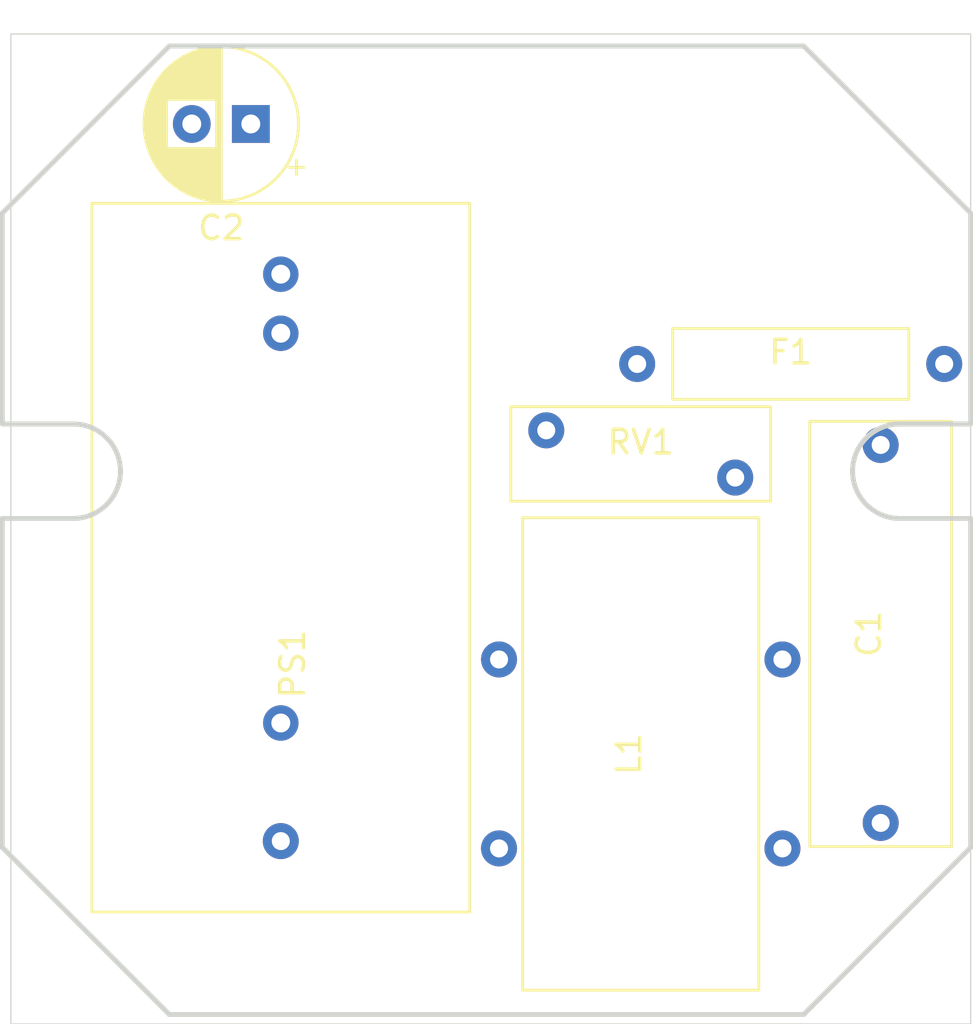
<source format=kicad_pcb>
(kicad_pcb (version 20171130) (host pcbnew "(5.1.9)-1")

  (general
    (thickness 1.6)
    (drawings 100)
    (tracks 0)
    (zones 0)
    (modules 6)
    (nets 8)
  )

  (page A4)
  (layers
    (0 F.Cu signal)
    (31 B.Cu signal)
    (32 B.Adhes user)
    (33 F.Adhes user)
    (34 B.Paste user)
    (35 F.Paste user)
    (36 B.SilkS user)
    (37 F.SilkS user)
    (38 B.Mask user)
    (39 F.Mask user)
    (40 Dwgs.User user)
    (41 Cmts.User user)
    (42 Eco1.User user)
    (43 Eco2.User user)
    (44 Edge.Cuts user)
    (45 Margin user)
    (46 B.CrtYd user)
    (47 F.CrtYd user)
    (48 B.Fab user)
    (49 F.Fab user)
  )

  (setup
    (last_trace_width 0.25)
    (trace_clearance 0.2)
    (zone_clearance 0.508)
    (zone_45_only no)
    (trace_min 0.2)
    (via_size 0.8)
    (via_drill 0.4)
    (via_min_size 0.4)
    (via_min_drill 0.3)
    (uvia_size 0.3)
    (uvia_drill 0.1)
    (uvias_allowed no)
    (uvia_min_size 0.2)
    (uvia_min_drill 0.1)
    (edge_width 0.05)
    (segment_width 0.2)
    (pcb_text_width 0.3)
    (pcb_text_size 1.5 1.5)
    (mod_edge_width 0.12)
    (mod_text_size 1 1)
    (mod_text_width 0.15)
    (pad_size 1.524 1.524)
    (pad_drill 0.762)
    (pad_to_mask_clearance 0)
    (aux_axis_origin 0 0)
    (visible_elements 7FFFFFFF)
    (pcbplotparams
      (layerselection 0x010fc_ffffffff)
      (usegerberextensions false)
      (usegerberattributes true)
      (usegerberadvancedattributes true)
      (creategerberjobfile true)
      (excludeedgelayer true)
      (linewidth 0.100000)
      (plotframeref false)
      (viasonmask false)
      (mode 1)
      (useauxorigin false)
      (hpglpennumber 1)
      (hpglpenspeed 20)
      (hpglpendiameter 15.000000)
      (psnegative false)
      (psa4output false)
      (plotreference true)
      (plotvalue true)
      (plotinvisibletext false)
      (padsonsilk false)
      (subtractmaskfromsilk false)
      (outputformat 1)
      (mirror false)
      (drillshape 1)
      (scaleselection 1)
      (outputdirectory ""))
  )

  (net 0 "")
  (net 1 +5V)
  (net 2 GND)
  (net 3 "Net-(L1-Pad4)")
  (net 4 "Net-(L1-Pad2)")
  (net 5 NEUT)
  (net 6 "Net-(C1-Pad1)")
  (net 7 LINE)

  (net_class Default "This is the default net class."
    (clearance 0.2)
    (trace_width 0.25)
    (via_dia 0.8)
    (via_drill 0.4)
    (uvia_dia 0.3)
    (uvia_drill 0.1)
    (add_net +5V)
    (add_net GND)
    (add_net LINE)
    (add_net NEUT)
    (add_net "Net-(C1-Pad1)")
    (add_net "Net-(L1-Pad2)")
    (add_net "Net-(L1-Pad4)")
  )

  (module power_module:Varistor (layer F.Cu) (tedit 6060576A) (tstamp 606094CA)
    (at 133.35 58.42 180)
    (path /5EC42913)
    (fp_text reference RV1 (at 0 0.5) (layer F.SilkS)
      (effects (font (size 1 1) (thickness 0.15)))
    )
    (fp_text value 10D561 (at 0.89 -0.5) (layer F.Fab)
      (effects (font (size 1 1) (thickness 0.15)))
    )
    (fp_line (start -5.5 -2) (end 5.5 -2) (layer F.SilkS) (width 0.12))
    (fp_line (start 5.5 -2) (end 5.5 2) (layer F.SilkS) (width 0.12))
    (fp_line (start 5.5 2) (end -5.5 2) (layer F.SilkS) (width 0.12))
    (fp_line (start -5.5 2) (end -5.5 -2) (layer F.SilkS) (width 0.12))
    (pad 2 thru_hole circle (at 4 1 180) (size 1.524 1.524) (drill 0.762) (layers *.Cu *.Mask)
      (net 5 NEUT))
    (pad 1 thru_hole circle (at -4 -1 180) (size 1.524 1.524) (drill 0.762) (layers *.Cu *.Mask)
      (net 6 "Net-(C1-Pad1)"))
    (model ${KIPRJMOD}/VAR.step
      (offset (xyz 0 0 -1.5))
      (scale (xyz 1 1 1))
      (rotate (xyz 0 -180 0))
    )
  )

  (module power_module:inductor (layer F.Cu) (tedit 605F4D29) (tstamp 606094AA)
    (at 133.35 71.12 270)
    (path /5EC4009B)
    (fp_text reference L1 (at 0 0.5 90) (layer F.SilkS)
      (effects (font (size 1 1) (thickness 0.15)))
    )
    (fp_text value 10mH (at 0 -0.5 90) (layer F.Fab)
      (effects (font (size 1 1) (thickness 0.15)))
    )
    (fp_line (start -10 -5) (end 10 -5) (layer F.SilkS) (width 0.12))
    (fp_line (start 10 -5) (end 10 5) (layer F.SilkS) (width 0.12))
    (fp_line (start 10 5) (end -10 5) (layer F.SilkS) (width 0.12))
    (fp_line (start -10 5) (end -10 -5) (layer F.SilkS) (width 0.12))
    (pad 4 thru_hole circle (at 4 6 270) (size 1.524 1.524) (drill 0.762) (layers *.Cu *.Mask)
      (net 3 "Net-(L1-Pad4)"))
    (pad 3 thru_hole circle (at 4 -6 270) (size 1.524 1.524) (drill 0.762) (layers *.Cu *.Mask)
      (net 5 NEUT))
    (pad 2 thru_hole circle (at -4 6 270) (size 1.524 1.524) (drill 0.762) (layers *.Cu *.Mask)
      (net 4 "Net-(L1-Pad2)"))
    (pad 1 thru_hole circle (at -4 -6 270) (size 1.524 1.524) (drill 0.762) (layers *.Cu *.Mask)
      (net 6 "Net-(C1-Pad1)"))
    (model ${KIPRJMOD}/inductor.step
      (offset (xyz 0 5 9))
      (scale (xyz 1 1 1))
      (rotate (xyz 0 0 0))
    )
  )

  (module power_module:FUZE3x10 (layer F.Cu) (tedit 60604C18) (tstamp 6060949E)
    (at 139.7 54.61 180)
    (path /5EC433D5)
    (fp_text reference F1 (at 0 0.5) (layer F.SilkS)
      (effects (font (size 1 1) (thickness 0.15)))
    )
    (fp_text value 0.5A/250V (at 0 -0.49) (layer F.Fab)
      (effects (font (size 1 1) (thickness 0.15)))
    )
    (fp_line (start -5 -1.5) (end -5 1.5) (layer F.SilkS) (width 0.12))
    (fp_line (start -5 1.5) (end 5 1.5) (layer F.SilkS) (width 0.12))
    (fp_line (start 5 1.5) (end 5 -1.5) (layer F.SilkS) (width 0.12))
    (fp_line (start 5 -1.5) (end -5 -1.5) (layer F.SilkS) (width 0.12))
    (pad 2 thru_hole circle (at 6.5 0 180) (size 1.524 1.524) (drill 0.762) (layers *.Cu *.Mask)
      (net 7 LINE))
    (pad 1 thru_hole circle (at -6.5 0 180) (size 1.524 1.524) (drill 0.762) (layers *.Cu *.Mask)
      (net 6 "Net-(C1-Pad1)"))
    (model ${KIPRJMOD}/fuze.step
      (offset (xyz 0 0 2))
      (scale (xyz 1 1 1))
      (rotate (xyz 0 -180 0))
    )
  )

  (module Capacitor_THT:CP_Radial_D6.3mm_P2.50mm (layer F.Cu) (tedit 5AE50EF0) (tstamp 60609494)
    (at 116.84 44.45 180)
    (descr "CP, Radial series, Radial, pin pitch=2.50mm, , diameter=6.3mm, Electrolytic Capacitor")
    (tags "CP Radial series Radial pin pitch 2.50mm  diameter 6.3mm Electrolytic Capacitor")
    (path /5EC44005)
    (fp_text reference C2 (at 1.25 -4.4) (layer F.SilkS)
      (effects (font (size 1 1) (thickness 0.15)))
    )
    (fp_text value CP (at 1.25 4.4) (layer F.Fab)
      (effects (font (size 1 1) (thickness 0.15)))
    )
    (fp_text user %R (at 1.25 0) (layer F.Fab)
      (effects (font (size 1 1) (thickness 0.15)))
    )
    (fp_circle (center 1.25 0) (end 4.4 0) (layer F.Fab) (width 0.1))
    (fp_circle (center 1.25 0) (end 4.52 0) (layer F.SilkS) (width 0.12))
    (fp_circle (center 1.25 0) (end 4.65 0) (layer F.CrtYd) (width 0.05))
    (fp_line (start -1.443972 -1.3735) (end -0.813972 -1.3735) (layer F.Fab) (width 0.1))
    (fp_line (start -1.128972 -1.6885) (end -1.128972 -1.0585) (layer F.Fab) (width 0.1))
    (fp_line (start 1.25 -3.23) (end 1.25 3.23) (layer F.SilkS) (width 0.12))
    (fp_line (start 1.29 -3.23) (end 1.29 3.23) (layer F.SilkS) (width 0.12))
    (fp_line (start 1.33 -3.23) (end 1.33 3.23) (layer F.SilkS) (width 0.12))
    (fp_line (start 1.37 -3.228) (end 1.37 3.228) (layer F.SilkS) (width 0.12))
    (fp_line (start 1.41 -3.227) (end 1.41 3.227) (layer F.SilkS) (width 0.12))
    (fp_line (start 1.45 -3.224) (end 1.45 3.224) (layer F.SilkS) (width 0.12))
    (fp_line (start 1.49 -3.222) (end 1.49 -1.04) (layer F.SilkS) (width 0.12))
    (fp_line (start 1.49 1.04) (end 1.49 3.222) (layer F.SilkS) (width 0.12))
    (fp_line (start 1.53 -3.218) (end 1.53 -1.04) (layer F.SilkS) (width 0.12))
    (fp_line (start 1.53 1.04) (end 1.53 3.218) (layer F.SilkS) (width 0.12))
    (fp_line (start 1.57 -3.215) (end 1.57 -1.04) (layer F.SilkS) (width 0.12))
    (fp_line (start 1.57 1.04) (end 1.57 3.215) (layer F.SilkS) (width 0.12))
    (fp_line (start 1.61 -3.211) (end 1.61 -1.04) (layer F.SilkS) (width 0.12))
    (fp_line (start 1.61 1.04) (end 1.61 3.211) (layer F.SilkS) (width 0.12))
    (fp_line (start 1.65 -3.206) (end 1.65 -1.04) (layer F.SilkS) (width 0.12))
    (fp_line (start 1.65 1.04) (end 1.65 3.206) (layer F.SilkS) (width 0.12))
    (fp_line (start 1.69 -3.201) (end 1.69 -1.04) (layer F.SilkS) (width 0.12))
    (fp_line (start 1.69 1.04) (end 1.69 3.201) (layer F.SilkS) (width 0.12))
    (fp_line (start 1.73 -3.195) (end 1.73 -1.04) (layer F.SilkS) (width 0.12))
    (fp_line (start 1.73 1.04) (end 1.73 3.195) (layer F.SilkS) (width 0.12))
    (fp_line (start 1.77 -3.189) (end 1.77 -1.04) (layer F.SilkS) (width 0.12))
    (fp_line (start 1.77 1.04) (end 1.77 3.189) (layer F.SilkS) (width 0.12))
    (fp_line (start 1.81 -3.182) (end 1.81 -1.04) (layer F.SilkS) (width 0.12))
    (fp_line (start 1.81 1.04) (end 1.81 3.182) (layer F.SilkS) (width 0.12))
    (fp_line (start 1.85 -3.175) (end 1.85 -1.04) (layer F.SilkS) (width 0.12))
    (fp_line (start 1.85 1.04) (end 1.85 3.175) (layer F.SilkS) (width 0.12))
    (fp_line (start 1.89 -3.167) (end 1.89 -1.04) (layer F.SilkS) (width 0.12))
    (fp_line (start 1.89 1.04) (end 1.89 3.167) (layer F.SilkS) (width 0.12))
    (fp_line (start 1.93 -3.159) (end 1.93 -1.04) (layer F.SilkS) (width 0.12))
    (fp_line (start 1.93 1.04) (end 1.93 3.159) (layer F.SilkS) (width 0.12))
    (fp_line (start 1.971 -3.15) (end 1.971 -1.04) (layer F.SilkS) (width 0.12))
    (fp_line (start 1.971 1.04) (end 1.971 3.15) (layer F.SilkS) (width 0.12))
    (fp_line (start 2.011 -3.141) (end 2.011 -1.04) (layer F.SilkS) (width 0.12))
    (fp_line (start 2.011 1.04) (end 2.011 3.141) (layer F.SilkS) (width 0.12))
    (fp_line (start 2.051 -3.131) (end 2.051 -1.04) (layer F.SilkS) (width 0.12))
    (fp_line (start 2.051 1.04) (end 2.051 3.131) (layer F.SilkS) (width 0.12))
    (fp_line (start 2.091 -3.121) (end 2.091 -1.04) (layer F.SilkS) (width 0.12))
    (fp_line (start 2.091 1.04) (end 2.091 3.121) (layer F.SilkS) (width 0.12))
    (fp_line (start 2.131 -3.11) (end 2.131 -1.04) (layer F.SilkS) (width 0.12))
    (fp_line (start 2.131 1.04) (end 2.131 3.11) (layer F.SilkS) (width 0.12))
    (fp_line (start 2.171 -3.098) (end 2.171 -1.04) (layer F.SilkS) (width 0.12))
    (fp_line (start 2.171 1.04) (end 2.171 3.098) (layer F.SilkS) (width 0.12))
    (fp_line (start 2.211 -3.086) (end 2.211 -1.04) (layer F.SilkS) (width 0.12))
    (fp_line (start 2.211 1.04) (end 2.211 3.086) (layer F.SilkS) (width 0.12))
    (fp_line (start 2.251 -3.074) (end 2.251 -1.04) (layer F.SilkS) (width 0.12))
    (fp_line (start 2.251 1.04) (end 2.251 3.074) (layer F.SilkS) (width 0.12))
    (fp_line (start 2.291 -3.061) (end 2.291 -1.04) (layer F.SilkS) (width 0.12))
    (fp_line (start 2.291 1.04) (end 2.291 3.061) (layer F.SilkS) (width 0.12))
    (fp_line (start 2.331 -3.047) (end 2.331 -1.04) (layer F.SilkS) (width 0.12))
    (fp_line (start 2.331 1.04) (end 2.331 3.047) (layer F.SilkS) (width 0.12))
    (fp_line (start 2.371 -3.033) (end 2.371 -1.04) (layer F.SilkS) (width 0.12))
    (fp_line (start 2.371 1.04) (end 2.371 3.033) (layer F.SilkS) (width 0.12))
    (fp_line (start 2.411 -3.018) (end 2.411 -1.04) (layer F.SilkS) (width 0.12))
    (fp_line (start 2.411 1.04) (end 2.411 3.018) (layer F.SilkS) (width 0.12))
    (fp_line (start 2.451 -3.002) (end 2.451 -1.04) (layer F.SilkS) (width 0.12))
    (fp_line (start 2.451 1.04) (end 2.451 3.002) (layer F.SilkS) (width 0.12))
    (fp_line (start 2.491 -2.986) (end 2.491 -1.04) (layer F.SilkS) (width 0.12))
    (fp_line (start 2.491 1.04) (end 2.491 2.986) (layer F.SilkS) (width 0.12))
    (fp_line (start 2.531 -2.97) (end 2.531 -1.04) (layer F.SilkS) (width 0.12))
    (fp_line (start 2.531 1.04) (end 2.531 2.97) (layer F.SilkS) (width 0.12))
    (fp_line (start 2.571 -2.952) (end 2.571 -1.04) (layer F.SilkS) (width 0.12))
    (fp_line (start 2.571 1.04) (end 2.571 2.952) (layer F.SilkS) (width 0.12))
    (fp_line (start 2.611 -2.934) (end 2.611 -1.04) (layer F.SilkS) (width 0.12))
    (fp_line (start 2.611 1.04) (end 2.611 2.934) (layer F.SilkS) (width 0.12))
    (fp_line (start 2.651 -2.916) (end 2.651 -1.04) (layer F.SilkS) (width 0.12))
    (fp_line (start 2.651 1.04) (end 2.651 2.916) (layer F.SilkS) (width 0.12))
    (fp_line (start 2.691 -2.896) (end 2.691 -1.04) (layer F.SilkS) (width 0.12))
    (fp_line (start 2.691 1.04) (end 2.691 2.896) (layer F.SilkS) (width 0.12))
    (fp_line (start 2.731 -2.876) (end 2.731 -1.04) (layer F.SilkS) (width 0.12))
    (fp_line (start 2.731 1.04) (end 2.731 2.876) (layer F.SilkS) (width 0.12))
    (fp_line (start 2.771 -2.856) (end 2.771 -1.04) (layer F.SilkS) (width 0.12))
    (fp_line (start 2.771 1.04) (end 2.771 2.856) (layer F.SilkS) (width 0.12))
    (fp_line (start 2.811 -2.834) (end 2.811 -1.04) (layer F.SilkS) (width 0.12))
    (fp_line (start 2.811 1.04) (end 2.811 2.834) (layer F.SilkS) (width 0.12))
    (fp_line (start 2.851 -2.812) (end 2.851 -1.04) (layer F.SilkS) (width 0.12))
    (fp_line (start 2.851 1.04) (end 2.851 2.812) (layer F.SilkS) (width 0.12))
    (fp_line (start 2.891 -2.79) (end 2.891 -1.04) (layer F.SilkS) (width 0.12))
    (fp_line (start 2.891 1.04) (end 2.891 2.79) (layer F.SilkS) (width 0.12))
    (fp_line (start 2.931 -2.766) (end 2.931 -1.04) (layer F.SilkS) (width 0.12))
    (fp_line (start 2.931 1.04) (end 2.931 2.766) (layer F.SilkS) (width 0.12))
    (fp_line (start 2.971 -2.742) (end 2.971 -1.04) (layer F.SilkS) (width 0.12))
    (fp_line (start 2.971 1.04) (end 2.971 2.742) (layer F.SilkS) (width 0.12))
    (fp_line (start 3.011 -2.716) (end 3.011 -1.04) (layer F.SilkS) (width 0.12))
    (fp_line (start 3.011 1.04) (end 3.011 2.716) (layer F.SilkS) (width 0.12))
    (fp_line (start 3.051 -2.69) (end 3.051 -1.04) (layer F.SilkS) (width 0.12))
    (fp_line (start 3.051 1.04) (end 3.051 2.69) (layer F.SilkS) (width 0.12))
    (fp_line (start 3.091 -2.664) (end 3.091 -1.04) (layer F.SilkS) (width 0.12))
    (fp_line (start 3.091 1.04) (end 3.091 2.664) (layer F.SilkS) (width 0.12))
    (fp_line (start 3.131 -2.636) (end 3.131 -1.04) (layer F.SilkS) (width 0.12))
    (fp_line (start 3.131 1.04) (end 3.131 2.636) (layer F.SilkS) (width 0.12))
    (fp_line (start 3.171 -2.607) (end 3.171 -1.04) (layer F.SilkS) (width 0.12))
    (fp_line (start 3.171 1.04) (end 3.171 2.607) (layer F.SilkS) (width 0.12))
    (fp_line (start 3.211 -2.578) (end 3.211 -1.04) (layer F.SilkS) (width 0.12))
    (fp_line (start 3.211 1.04) (end 3.211 2.578) (layer F.SilkS) (width 0.12))
    (fp_line (start 3.251 -2.548) (end 3.251 -1.04) (layer F.SilkS) (width 0.12))
    (fp_line (start 3.251 1.04) (end 3.251 2.548) (layer F.SilkS) (width 0.12))
    (fp_line (start 3.291 -2.516) (end 3.291 -1.04) (layer F.SilkS) (width 0.12))
    (fp_line (start 3.291 1.04) (end 3.291 2.516) (layer F.SilkS) (width 0.12))
    (fp_line (start 3.331 -2.484) (end 3.331 -1.04) (layer F.SilkS) (width 0.12))
    (fp_line (start 3.331 1.04) (end 3.331 2.484) (layer F.SilkS) (width 0.12))
    (fp_line (start 3.371 -2.45) (end 3.371 -1.04) (layer F.SilkS) (width 0.12))
    (fp_line (start 3.371 1.04) (end 3.371 2.45) (layer F.SilkS) (width 0.12))
    (fp_line (start 3.411 -2.416) (end 3.411 -1.04) (layer F.SilkS) (width 0.12))
    (fp_line (start 3.411 1.04) (end 3.411 2.416) (layer F.SilkS) (width 0.12))
    (fp_line (start 3.451 -2.38) (end 3.451 -1.04) (layer F.SilkS) (width 0.12))
    (fp_line (start 3.451 1.04) (end 3.451 2.38) (layer F.SilkS) (width 0.12))
    (fp_line (start 3.491 -2.343) (end 3.491 -1.04) (layer F.SilkS) (width 0.12))
    (fp_line (start 3.491 1.04) (end 3.491 2.343) (layer F.SilkS) (width 0.12))
    (fp_line (start 3.531 -2.305) (end 3.531 -1.04) (layer F.SilkS) (width 0.12))
    (fp_line (start 3.531 1.04) (end 3.531 2.305) (layer F.SilkS) (width 0.12))
    (fp_line (start 3.571 -2.265) (end 3.571 2.265) (layer F.SilkS) (width 0.12))
    (fp_line (start 3.611 -2.224) (end 3.611 2.224) (layer F.SilkS) (width 0.12))
    (fp_line (start 3.651 -2.182) (end 3.651 2.182) (layer F.SilkS) (width 0.12))
    (fp_line (start 3.691 -2.137) (end 3.691 2.137) (layer F.SilkS) (width 0.12))
    (fp_line (start 3.731 -2.092) (end 3.731 2.092) (layer F.SilkS) (width 0.12))
    (fp_line (start 3.771 -2.044) (end 3.771 2.044) (layer F.SilkS) (width 0.12))
    (fp_line (start 3.811 -1.995) (end 3.811 1.995) (layer F.SilkS) (width 0.12))
    (fp_line (start 3.851 -1.944) (end 3.851 1.944) (layer F.SilkS) (width 0.12))
    (fp_line (start 3.891 -1.89) (end 3.891 1.89) (layer F.SilkS) (width 0.12))
    (fp_line (start 3.931 -1.834) (end 3.931 1.834) (layer F.SilkS) (width 0.12))
    (fp_line (start 3.971 -1.776) (end 3.971 1.776) (layer F.SilkS) (width 0.12))
    (fp_line (start 4.011 -1.714) (end 4.011 1.714) (layer F.SilkS) (width 0.12))
    (fp_line (start 4.051 -1.65) (end 4.051 1.65) (layer F.SilkS) (width 0.12))
    (fp_line (start 4.091 -1.581) (end 4.091 1.581) (layer F.SilkS) (width 0.12))
    (fp_line (start 4.131 -1.509) (end 4.131 1.509) (layer F.SilkS) (width 0.12))
    (fp_line (start 4.171 -1.432) (end 4.171 1.432) (layer F.SilkS) (width 0.12))
    (fp_line (start 4.211 -1.35) (end 4.211 1.35) (layer F.SilkS) (width 0.12))
    (fp_line (start 4.251 -1.262) (end 4.251 1.262) (layer F.SilkS) (width 0.12))
    (fp_line (start 4.291 -1.165) (end 4.291 1.165) (layer F.SilkS) (width 0.12))
    (fp_line (start 4.331 -1.059) (end 4.331 1.059) (layer F.SilkS) (width 0.12))
    (fp_line (start 4.371 -0.94) (end 4.371 0.94) (layer F.SilkS) (width 0.12))
    (fp_line (start 4.411 -0.802) (end 4.411 0.802) (layer F.SilkS) (width 0.12))
    (fp_line (start 4.451 -0.633) (end 4.451 0.633) (layer F.SilkS) (width 0.12))
    (fp_line (start 4.491 -0.402) (end 4.491 0.402) (layer F.SilkS) (width 0.12))
    (fp_line (start -2.250241 -1.839) (end -1.620241 -1.839) (layer F.SilkS) (width 0.12))
    (fp_line (start -1.935241 -2.154) (end -1.935241 -1.524) (layer F.SilkS) (width 0.12))
    (pad 2 thru_hole circle (at 2.5 0 180) (size 1.6 1.6) (drill 0.8) (layers *.Cu *.Mask)
      (net 2 GND))
    (pad 1 thru_hole rect (at 0 0 180) (size 1.6 1.6) (drill 0.8) (layers *.Cu *.Mask)
      (net 1 +5V))
    (model ${KISYS3DMOD}/Capacitor_THT.3dshapes/CP_Radial_D6.3mm_P2.50mm.wrl
      (at (xyz 0 0 0))
      (scale (xyz 1 1 1))
      (rotate (xyz 0 0 0))
    )
  )

  (module power_module:CAP_MKP64 (layer F.Cu) (tedit 606053CC) (tstamp 60609400)
    (at 143.51 66.04 270)
    (path /5EC41904)
    (fp_text reference C1 (at 0 0.5 90) (layer F.SilkS)
      (effects (font (size 1 1) (thickness 0.15)))
    )
    (fp_text value 0.1uF/275V (at 0 -0.5 90) (layer F.Fab)
      (effects (font (size 1 1) (thickness 0.15)))
    )
    (fp_line (start -9 3) (end -9 -3) (layer F.SilkS) (width 0.12))
    (fp_line (start -9 -3) (end 9 -3) (layer F.SilkS) (width 0.12))
    (fp_line (start 9 -3) (end 9 3) (layer F.SilkS) (width 0.12))
    (fp_line (start 9 3) (end -9 3) (layer F.SilkS) (width 0.12))
    (pad 2 thru_hole circle (at 8 0 270) (size 1.524 1.524) (drill 0.762) (layers *.Cu *.Mask)
      (net 5 NEUT))
    (pad 1 thru_hole circle (at -8 0 270) (size 1.524 1.524) (drill 0.762) (layers *.Cu *.Mask)
      (net 6 "Net-(C1-Pad1)"))
    (model ${KIPRJMOD}/CAP_MKP64.step
      (at (xyz 0 0 0))
      (scale (xyz 1 1 1))
      (rotate (xyz 0 0 0))
    )
  )

  (module power_module:HLK-2M05 (layer F.Cu) (tedit 605E3B94) (tstamp 605E97E0)
    (at 118.11 67.31 90)
    (path /5EC3E9C7)
    (fp_text reference PS1 (at 0 0.5 90) (layer F.SilkS)
      (effects (font (size 1 1) (thickness 0.15)))
    )
    (fp_text value HLK-2M05 (at 0 -0.5 90) (layer F.Fab)
      (effects (font (size 1 1) (thickness 0.15)))
    )
    (fp_line (start 19.5 -8) (end -10.5 -8) (layer F.SilkS) (width 0.12))
    (fp_line (start 19.5 8) (end 19.5 -8) (layer F.SilkS) (width 0.12))
    (fp_line (start -10.5 8) (end 19.5 8) (layer F.SilkS) (width 0.12))
    (fp_line (start -10.5 -8) (end -10.5 8) (layer F.SilkS) (width 0.12))
    (pad 4 thru_hole circle (at 16.5 0 90) (size 1.5 1.5) (drill 0.8) (layers *.Cu *.Mask)
      (net 1 +5V))
    (pad 3 thru_hole circle (at 14 0 90) (size 1.5 1.5) (drill 0.8) (layers *.Cu *.Mask)
      (net 2 GND))
    (pad 2 thru_hole circle (at -2.5 0 90) (size 1.5 1.5) (drill 0.8) (layers *.Cu *.Mask)
      (net 3 "Net-(L1-Pad4)"))
    (pad 1 thru_hole circle (at -7.5 0 90) (size 1.524 1.524) (drill 0.762) (layers *.Cu *.Mask)
      (net 4 "Net-(L1-Pad2)"))
    (model ${KIPRJMOD}/HL0K-2M05.step
      (offset (xyz 4.5 0 0))
      (scale (xyz 1 1 1))
      (rotate (xyz 0 0 0))
    )
  )

  (gr_line (start 147.32 40.64) (end 106.68 40.64) (layer Edge.Cuts) (width 0.05) (tstamp 60609E0E))
  (gr_line (start 147.32 82.55) (end 147.32 40.64) (layer Edge.Cuts) (width 0.05))
  (gr_line (start 106.68 82.55) (end 147.32 82.55) (layer Edge.Cuts) (width 0.05))
  (gr_line (start 106.68 40.64) (end 106.68 82.55) (layer Edge.Cuts) (width 0.05))
  (gr_line (start 106.32 57.15) (end 109.32 57.15) (layer Edge.Cuts) (width 0.2))
  (gr_arc (start 109.32 59.15) (end 109.32 61.15) (angle -180) (layer Edge.Cuts) (width 0.2))
  (gr_line (start 106.32 61.15) (end 106.32 61.15) (layer Edge.Cuts) (width 0.2))
  (gr_line (start 140.2489 82.15) (end 140.2489 82.15) (layer Edge.Cuts) (width 0.2))
  (gr_line (start 113.3911 82.15) (end 106.32 75.0789) (layer Edge.Cuts) (width 0.2))
  (gr_line (start 140.2489 82.15) (end 113.3911 82.15) (layer Edge.Cuts) (width 0.2))
  (gr_line (start 147.32 61.15) (end 147.32 75.0789) (layer Edge.Cuts) (width 0.2))
  (gr_line (start 140.2489 82.15) (end 147.32 75.0789) (layer Edge.Cuts) (width 0.2))
  (gr_line (start 147.32 48.2211) (end 147.32 57.15) (layer Edge.Cuts) (width 0.2))
  (gr_line (start 147.32 57.15) (end 144.32 57.15) (layer Edge.Cuts) (width 0.2))
  (gr_line (start 147.32 57.15) (end 144.32 57.15) (layer Edge.Cuts) (width 0.2))
  (gr_line (start 147.32 61.15) (end 147.32 75.0789) (layer Edge.Cuts) (width 0.2))
  (gr_line (start 140.2489 82.15) (end 113.3911 82.15) (layer Edge.Cuts) (width 0.2))
  (gr_line (start 106.32 57.15) (end 106.32 57.15) (layer Edge.Cuts) (width 0.2))
  (gr_line (start 106.32 57.15) (end 106.32 48.2211) (layer Edge.Cuts) (width 0.2))
  (gr_line (start 109.32 61.15) (end 106.32 61.15) (layer Edge.Cuts) (width 0.2))
  (gr_line (start 113.3911 82.15) (end 106.32 75.0789) (layer Edge.Cuts) (width 0.2))
  (gr_line (start 113.3911 82.15) (end 113.3911 82.15) (layer Edge.Cuts) (width 0.2))
  (gr_line (start 113.3911 82.15) (end 106.32 75.0789) (layer Edge.Cuts) (width 0.2))
  (gr_line (start 109.32 61.15) (end 106.32 61.15) (layer Edge.Cuts) (width 0.2))
  (gr_line (start 106.32 75.0789) (end 106.32 61.15) (layer Edge.Cuts) (width 0.2))
  (gr_line (start 140.2489 82.15) (end 147.32 75.0789) (layer Edge.Cuts) (width 0.2))
  (gr_line (start 109.32 61.15) (end 106.32 61.15) (layer Edge.Cuts) (width 0.2))
  (gr_arc (start 144.32 59.15) (end 144.32 57.15) (angle -180) (layer Edge.Cuts) (width 0.2))
  (gr_line (start 113.3911 41.15) (end 140.2489 41.15) (layer Edge.Cuts) (width 0.2))
  (gr_arc (start 109.32 59.15) (end 109.32 61.15) (angle -180) (layer Edge.Cuts) (width 0.2))
  (gr_line (start 106.32 48.2211) (end 113.3911 41.15) (layer Edge.Cuts) (width 0.2))
  (gr_line (start 144.32 61.15) (end 147.32 61.15) (layer Edge.Cuts) (width 0.2))
  (gr_arc (start 109.32 59.15) (end 109.32 61.15) (angle -180) (layer Edge.Cuts) (width 0.2))
  (gr_line (start 106.32 57.15) (end 109.32 57.15) (layer Edge.Cuts) (width 0.2))
  (gr_line (start 106.32 75.0789) (end 106.32 61.15) (layer Edge.Cuts) (width 0.2))
  (gr_line (start 109.32 61.15) (end 109.32 61.15) (layer Edge.Cuts) (width 0.2))
  (gr_line (start 106.32 75.0789) (end 106.32 61.15) (layer Edge.Cuts) (width 0.2))
  (gr_line (start 106.32 61.15) (end 106.32 61.15) (layer Edge.Cuts) (width 0.2))
  (gr_line (start 106.32 75.0789) (end 106.32 75.0789) (layer Edge.Cuts) (width 0.2))
  (gr_line (start 113.3911 82.15) (end 113.3911 82.15) (layer Edge.Cuts) (width 0.2))
  (gr_line (start 140.2489 82.15) (end 140.2489 82.15) (layer Edge.Cuts) (width 0.2))
  (gr_line (start 140.2489 82.15) (end 113.3911 82.15) (layer Edge.Cuts) (width 0.2))
  (gr_line (start 140.2489 41.15) (end 147.32 48.2211) (layer Edge.Cuts) (width 0.2))
  (gr_line (start 106.32 48.2211) (end 113.3911 41.15) (layer Edge.Cuts) (width 0.2))
  (gr_line (start 106.32 57.15) (end 106.32 48.2211) (layer Edge.Cuts) (width 0.2))
  (gr_line (start 106.32 57.15) (end 109.32 57.15) (layer Edge.Cuts) (width 0.2))
  (gr_line (start 109.32 57.15) (end 109.32 57.15) (layer Edge.Cuts) (width 0.2))
  (gr_line (start 147.32 61.15) (end 147.32 75.0789) (layer Edge.Cuts) (width 0.2))
  (gr_arc (start 109.32 59.15) (end 109.32 61.15) (angle -180) (layer Edge.Cuts) (width 0.2))
  (gr_line (start 106.32 75.0789) (end 106.32 61.15) (layer Edge.Cuts) (width 0.2))
  (gr_line (start 113.3911 82.15) (end 106.32 75.0789) (layer Edge.Cuts) (width 0.2))
  (gr_line (start 140.2489 82.15) (end 147.32 75.0789) (layer Edge.Cuts) (width 0.2))
  (gr_line (start 147.32 48.2211) (end 147.32 57.15) (layer Edge.Cuts) (width 0.2))
  (gr_line (start 140.2489 82.15) (end 147.32 75.0789) (layer Edge.Cuts) (width 0.2))
  (gr_line (start 144.32 61.15) (end 147.32 61.15) (layer Edge.Cuts) (width 0.2))
  (gr_line (start 147.32 75.0789) (end 147.32 75.0789) (layer Edge.Cuts) (width 0.2))
  (gr_arc (start 144.32 59.15) (end 144.32 57.15) (angle -180) (layer Edge.Cuts) (width 0.2))
  (gr_line (start 113.3911 41.15) (end 140.2489 41.15) (layer Edge.Cuts) (width 0.2))
  (gr_line (start 106.32 75.0789) (end 106.32 75.0789) (layer Edge.Cuts) (width 0.2))
  (gr_line (start 106.32 57.15) (end 109.32 57.15) (layer Edge.Cuts) (width 0.2))
  (gr_line (start 140.2489 82.15) (end 113.3911 82.15) (layer Edge.Cuts) (width 0.2))
  (gr_line (start 140.2489 41.15) (end 147.32 48.2211) (layer Edge.Cuts) (width 0.2))
  (gr_line (start 109.32 57.15) (end 109.32 57.15) (layer Edge.Cuts) (width 0.2))
  (gr_line (start 109.32 61.15) (end 106.32 61.15) (layer Edge.Cuts) (width 0.2))
  (gr_line (start 109.32 61.15) (end 109.32 61.15) (layer Edge.Cuts) (width 0.2))
  (gr_line (start 147.32 61.15) (end 147.32 75.0789) (layer Edge.Cuts) (width 0.2))
  (gr_line (start 106.32 48.2211) (end 106.32 48.2211) (layer Edge.Cuts) (width 0.2))
  (gr_line (start 140.2489 41.15) (end 140.2489 41.15) (layer Edge.Cuts) (width 0.2))
  (gr_line (start 113.3911 41.15) (end 140.2489 41.15) (layer Edge.Cuts) (width 0.2))
  (gr_line (start 147.32 48.2211) (end 147.32 48.2211) (layer Edge.Cuts) (width 0.2))
  (gr_line (start 113.3911 41.15) (end 113.3911 41.15) (layer Edge.Cuts) (width 0.2))
  (gr_line (start 140.2489 41.15) (end 147.32 48.2211) (layer Edge.Cuts) (width 0.2))
  (gr_line (start 113.3911 41.15) (end 140.2489 41.15) (layer Edge.Cuts) (width 0.2))
  (gr_line (start 140.2489 41.15) (end 147.32 48.2211) (layer Edge.Cuts) (width 0.2))
  (gr_line (start 140.2489 41.15) (end 140.2489 41.15) (layer Edge.Cuts) (width 0.2))
  (gr_line (start 113.3911 41.15) (end 113.3911 41.15) (layer Edge.Cuts) (width 0.2))
  (gr_line (start 106.32 48.2211) (end 113.3911 41.15) (layer Edge.Cuts) (width 0.2))
  (gr_line (start 106.32 57.15) (end 106.32 57.15) (layer Edge.Cuts) (width 0.2))
  (gr_line (start 106.32 57.15) (end 106.32 48.2211) (layer Edge.Cuts) (width 0.2))
  (gr_line (start 106.32 48.2211) (end 106.32 48.2211) (layer Edge.Cuts) (width 0.2))
  (gr_line (start 147.32 48.2211) (end 147.32 57.15) (layer Edge.Cuts) (width 0.2))
  (gr_line (start 147.32 48.2211) (end 147.32 57.15) (layer Edge.Cuts) (width 0.2))
  (gr_line (start 106.32 57.15) (end 106.32 48.2211) (layer Edge.Cuts) (width 0.2))
  (gr_line (start 106.32 48.2211) (end 113.3911 41.15) (layer Edge.Cuts) (width 0.2))
  (gr_line (start 147.32 57.15) (end 147.32 57.15) (layer Edge.Cuts) (width 0.2))
  (gr_line (start 147.32 48.2211) (end 147.32 48.2211) (layer Edge.Cuts) (width 0.2))
  (gr_line (start 144.32 57.15) (end 144.32 57.15) (layer Edge.Cuts) (width 0.2))
  (gr_line (start 147.32 75.0789) (end 147.32 75.0789) (layer Edge.Cuts) (width 0.2))
  (gr_line (start 144.32 61.15) (end 144.32 61.15) (layer Edge.Cuts) (width 0.2))
  (gr_line (start 147.32 61.15) (end 147.32 61.15) (layer Edge.Cuts) (width 0.2))
  (gr_line (start 144.32 61.15) (end 147.32 61.15) (layer Edge.Cuts) (width 0.2))
  (gr_line (start 147.32 57.15) (end 144.32 57.15) (layer Edge.Cuts) (width 0.2))
  (gr_line (start 147.32 57.15) (end 147.32 57.15) (layer Edge.Cuts) (width 0.2))
  (gr_line (start 144.32 61.15) (end 147.32 61.15) (layer Edge.Cuts) (width 0.2))
  (gr_arc (start 144.32 59.15) (end 144.32 57.15) (angle -180) (layer Edge.Cuts) (width 0.2))
  (gr_line (start 147.32 61.15) (end 147.32 61.15) (layer Edge.Cuts) (width 0.2))
  (gr_line (start 144.32 61.15) (end 144.32 61.15) (layer Edge.Cuts) (width 0.2))
  (gr_arc (start 144.32 59.15) (end 144.32 57.15) (angle -180) (layer Edge.Cuts) (width 0.2))
  (gr_line (start 144.32 57.15) (end 144.32 57.15) (layer Edge.Cuts) (width 0.2))
  (gr_line (start 147.32 57.15) (end 144.32 57.15) (layer Edge.Cuts) (width 0.2))

)

</source>
